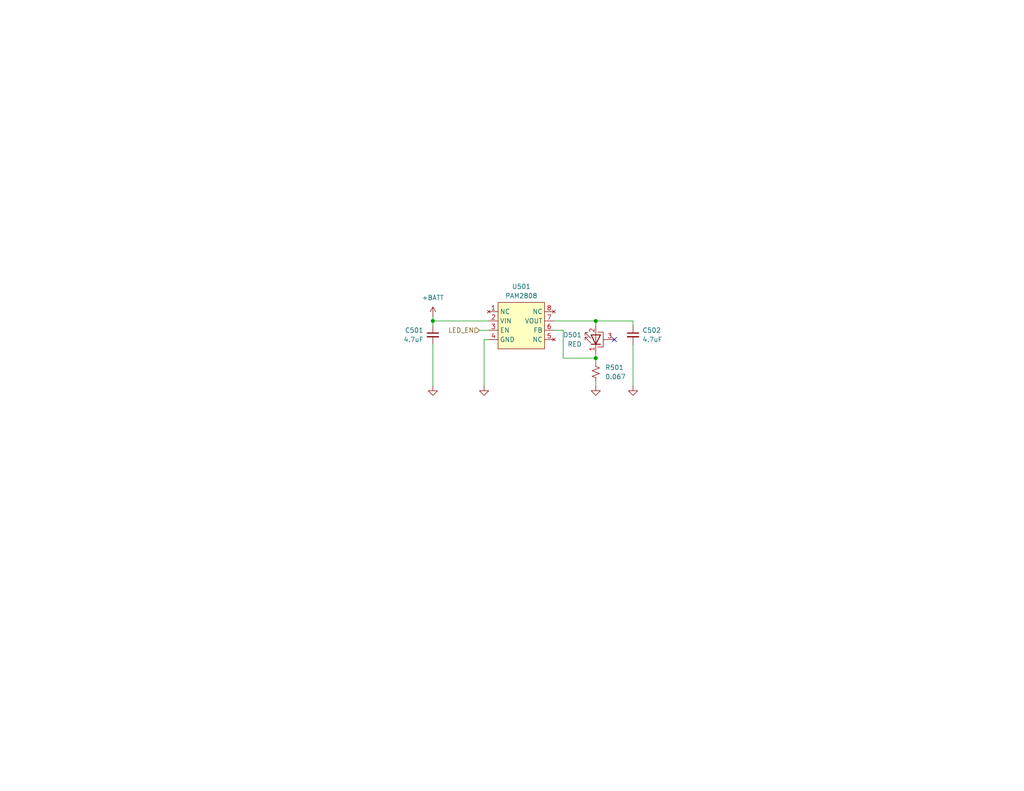
<source format=kicad_sch>
(kicad_sch (version 20231120) (generator "eeschema") (generator_version "8.0")
  (paper "USLetter")
  (title_block (title "BT Bike Light") (date "2024-08-25") (rev "A") (company "Embedded Shark, LLC") (comment 1 "Ben Owen"))
  (lib_symbols
    (symbol "Device:C_Small" (pin_numbers hide) (pin_names (offset 0.254) hide)
      (property "Reference" "C" (at 0.254 1.778 0))
      (property "Value" "C_Small" (at 0.254 -2.032 0))
      (symbol "C_Small_0_1"
        (polyline (pts (xy -1.524 -0.508) (xy 1.524 -0.508)) (stroke (width 0.3302)))
        (polyline (pts (xy -1.524 0.508) (xy 1.524 0.508)) (stroke (width 0.3048)))
      )
      (symbol "C_Small_1_1"
        (pin passive line (at 0 2.54 270) (length 2.032) (name "~") (number "1"))
        (pin passive line (at 0 -2.54 90) (length 2.032) (name "~") (number "2"))
      )
    )
    (symbol "Device:LED_Pad" (pin_names (offset 1.016) hide)
      (property "Reference" "D" (at 0 5.715 0))
      (property "Value" "LED_Pad" (at 0 3.81 0))
      (symbol "LED_Pad_0_1"
        (polyline (pts (xy -1.27 -1.27) (xy -1.27 1.27)) (stroke (width 0.254)))
        (polyline (pts (xy -1.27 0) (xy 1.27 0)))
        (polyline (pts (xy 0 -2.54) (xy 0 -2.032)))
        (polyline (pts (xy -2.032 -0.508) (xy -2.032 -2.032) (xy 2.032 -2.032) (xy 2.032 -0.508)))
        (polyline (pts (xy 1.27 -1.27) (xy 1.27 1.27) (xy -1.27 0) (xy 1.27 -1.27)) (stroke (width 0.254)))
        (polyline (pts (xy -0.889 1.397) (xy 0.635 2.921) (xy -0.127 2.921) (xy 0.635 2.921) (xy 0.635 2.159)))
        (polyline (pts (xy 0.381 1.397) (xy 1.905 2.921) (xy 1.143 2.921) (xy 1.905 2.921) (xy 1.905 2.159)))
      )
      (symbol "LED_Pad_1_1"
        (pin passive line (at -3.81 0 0) (length 2.54) (name "K") (number "1"))
        (pin passive line (at 3.81 0 180) (length 2.54) (name "A") (number "2"))
        (pin passive line (at 0 -5.08 90) (length 2.54) (name "PAD") (number "3"))
      )
    )
    (symbol "Device:R_Small_US" (pin_numbers hide) (pin_names (offset 0.254) hide)
      (property "Reference" "R" (at 0.762 0.508 0))
      (property "Value" "R_Small_US" (at 0.762 -1.016 0))
      (symbol "R_Small_US_1_1"
        (polyline (pts (xy 0 0) (xy 1.016 -0.381) (xy 0 -0.762) (xy -1.016 -1.143) (xy 0 -1.524)))
        (polyline (pts (xy 0 1.524) (xy 1.016 1.143) (xy 0 0.762) (xy -1.016 0.381) (xy 0 0)))
        (pin passive line (at 0 2.54 270) (length 1.016) (name "~") (number "1"))
        (pin passive line (at 0 -2.54 90) (length 1.016) (name "~") (number "2"))
      )
    )
    (symbol "Diodes-Incorporated:PAM2808"
      (property "Reference" "U" (at 0 -7.62 0))
      (property "Value" "PAM2808" (at 0 -9.652 0))
      (symbol "PAM2808_1_1"
        (rectangle (start -6.35 6.35) (end 6.35 -6.35) (fill (type background)))
        (pin no_connect line (at -8.89 3.81 0) (length 2.54) (name "NC") (number "1"))
        (pin power_in line (at -8.89 1.27 0) (length 2.54) (name "VIN") (number "2"))
        (pin input line (at -8.89 -1.27 0) (length 2.54) (name "EN") (number "3"))
        (pin power_in line (at -8.89 -3.81 0) (length 2.54) (name "GND") (number "4"))
        (pin no_connect line (at 8.89 -3.81 180) (length 2.54) (name "NC") (number "5"))
        (pin input line (at 8.89 -1.27 180) (length 2.54) (name "FB") (number "6"))
        (pin power_out line (at 8.89 1.27 180) (length 2.54) (name "VOUT") (number "7"))
        (pin no_connect line (at 8.89 3.81 180) (length 2.54) (name "NC") (number "8"))
        (pin unspecified line (at -8.89 -3.81 0) (length 2.54) hide (name "EP") (number "9"))
      )
    )
    (symbol "power:+BATT" (power) (pin_numbers hide) (pin_names (offset 0) hide)
      (property "Value" "+BATT" (at 0 3.556 0))
      (symbol "+BATT_0_1"
        (polyline (pts (xy -0.762 1.27) (xy 0 2.54)))
        (polyline (pts (xy 0 0) (xy 0 2.54)))
        (polyline (pts (xy 0 2.54) (xy 0.762 1.27)))
      )
      (symbol "+BATT_1_1"
        (pin power_in line (at 0 0 90) (length 0) (name "~") (number "1"))
      )
    )
    (symbol "power:GND" (power) (pin_numbers hide) (pin_names (offset 0) hide)
      (property "Value" "GND" (at 0 -3.81 0))
      (symbol "GND_0_1"
        (polyline (pts (xy 0 0) (xy 0 -1.27) (xy 1.27 -1.27) (xy 0 -2.54) (xy -1.27 -1.27) (xy 0 -1.27)))
      )
      (symbol "GND_1_1"
        (pin power_in line (at 0 0 270) (length 0) (name "~") (number "1"))
      )
    )
  )
  (junction (at 162.56 97.79))
  (junction (at 162.56 87.63))
  (junction (at 118.11 87.63))
  (no_connect (at 167.64 92.71))
  (wire (pts (xy 133.35 92.71) (xy 132.08 92.71)))
  (wire (pts (xy 162.56 97.79) (xy 153.67 97.79)))
  (wire (pts (xy 151.13 87.63) (xy 162.56 87.63)))
  (wire (pts (xy 130.81 90.17) (xy 133.35 90.17)))
  (wire (pts (xy 153.67 90.17) (xy 151.13 90.17)))
  (wire (pts (xy 162.56 96.52) (xy 162.56 97.79)))
  (wire (pts (xy 172.72 87.63) (xy 172.72 88.9)))
  (wire (pts (xy 118.11 87.63) (xy 133.35 87.63)))
  (wire (pts (xy 153.67 97.79) (xy 153.67 90.17)))
  (wire (pts (xy 118.11 86.36) (xy 118.11 87.63)))
  (wire (pts (xy 118.11 93.98) (xy 118.11 105.41)))
  (wire (pts (xy 162.56 87.63) (xy 162.56 88.9)))
  (wire (pts (xy 162.56 104.14) (xy 162.56 105.41)))
  (wire (pts (xy 118.11 88.9) (xy 118.11 87.63)))
  (wire (pts (xy 162.56 97.79) (xy 162.56 99.06)))
  (wire (pts (xy 172.72 93.98) (xy 172.72 105.41)))
  (wire (pts (xy 132.08 92.71) (xy 132.08 105.41)))
  (wire (pts (xy 162.56 87.63) (xy 172.72 87.63)))
  (hierarchical_label "LED_EN" (shape input) (at 130.81 90.17 180))
  (symbol (lib_id "Device:C_Small") (at 172.72 91.44 0) (unit 1)
    (property "Reference" "C502" (at 175.26 90.1762 0) (effects (justify left)))
    (property "Value" "4.7uF" (at 175.26 92.7162 0) (effects (justify left)))
    (property "Footprint" "Capacitor_SMD:C_0402_1005Metric" (effects (hide yes)))
    (property "Description" "Unpolarized capacitor, small symbol" (effects (hide yes)))
  )
  (symbol (lib_id "Device:C_Small") (at 118.11 91.44 0) (mirror y) (unit 1)
    (property "Reference" "C501" (at 115.57 90.1762 0) (effects (justify left)))
    (property "Value" "4.7uF" (at 115.57 92.7162 0) (effects (justify left)))
    (property "Footprint" "Capacitor_SMD:C_0402_1005Metric" (effects (hide yes)))
    (property "Description" "Unpolarized capacitor, small symbol" (effects (hide yes)))
  )
  (symbol (lib_id "power:GND") (at 118.11 105.41 0) (unit 1)
    (property "Reference" "#PWR0502" (effects (hide yes)))
    (property "Value" "GND" (effects (hide yes)))
    (property "Description" "Power symbol creates a global label with name \"GND\" , ground" (effects (hide yes)))
  )
  (symbol (lib_id "power:+BATT") (at 118.11 86.36 0) (unit 1)
    (property "Reference" "#PWR0501" (effects (hide yes)))
    (property "Value" "+BATT" (at 118.11 81.28 0))
    (property "Description" "Power symbol creates a global label with name \"+BATT\"" (effects (hide yes)))
  )
  (symbol (lib_id "Device:LED_Pad") (at 162.56 92.71 90) (unit 1)
    (property "Reference" "D501" (at 158.75 91.4399 90) (effects (justify left)))
    (property "Value" "RED" (at 158.75 93.9799 90) (effects (justify left)))
    (property "Footprint" "LED_SMD:LED_Cree-XP" (effects (hide yes)))
    (property "Description" "Light emitting diode with pad" (effects (hide yes)))
  )
  (symbol (lib_id "power:GND") (at 162.56 105.41 0) (unit 1)
    (property "Reference" "#PWR0504" (effects (hide yes)))
    (property "Value" "GND" (effects (hide yes)))
    (property "Description" "Power symbol creates a global label with name \"GND\" , ground" (effects (hide yes)))
  )
  (symbol (lib_id "Diodes-Incorporated:PAM2808") (at 142.24 88.9 0) (unit 1)
    (property "Reference" "U501" (at 142.24 78.232 0))
    (property "Value" "PAM2808" (at 142.24 80.772 0))
    (property "Footprint" "Package_SO:Diodes_SO-8EP" (effects (hide yes)))
    (property "Datasheet" "https://www.diodes.com/assets/Datasheets/PAM2808.pdf" (effects (hide yes)))
    (property "Description" "5W high power HBLED driver with 1.5A constant current" (effects (hide yes)))
  )
  (symbol (lib_id "Device:R_Small_US") (at 162.56 101.6 180) (unit 1)
    (property "Reference" "R501" (at 165.1 100.3299 0) (effects (justify right)))
    (property "Value" "0.067" (at 165.1 102.8699 0) (effects (justify right)))
    (property "Footprint" "Resistor_SMD:R_0402_1005Metric" (effects (hide yes)))
    (property "Description" "Resistor, small US symbol" (effects (hide yes)))
  )
  (symbol (lib_id "power:GND") (at 132.08 105.41 0) (unit 1)
    (property "Reference" "#PWR0503" (effects (hide yes)))
    (property "Value" "GND" (effects (hide yes)))
    (property "Description" "Power symbol creates a global label with name \"GND\" , ground" (effects (hide yes)))
  )
  (symbol (lib_id "power:GND") (at 172.72 105.41 0) (unit 1)
    (property "Reference" "#PWR0505" (effects (hide yes)))
    (property "Value" "GND" (effects (hide yes)))
    (property "Description" "Power symbol creates a global label with name \"GND\" , ground" (effects (hide yes)))
  )
)
</source>
